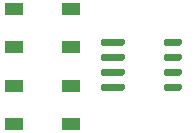
<source format=gbr>
%TF.GenerationSoftware,KiCad,Pcbnew,(5.1.6)-1*%
%TF.CreationDate,2020-07-03T21:52:39-04:00*%
%TF.ProjectId,SRF Pendant Daughterboards,53524620-5065-46e6-9461-6e7420446175,rev?*%
%TF.SameCoordinates,Original*%
%TF.FileFunction,Paste,Bot*%
%TF.FilePolarity,Positive*%
%FSLAX46Y46*%
G04 Gerber Fmt 4.6, Leading zero omitted, Abs format (unit mm)*
G04 Created by KiCad (PCBNEW (5.1.6)-1) date 2020-07-03 21:52:39*
%MOMM*%
%LPD*%
G01*
G04 APERTURE LIST*
%ADD10R,1.500000X1.000000*%
G04 APERTURE END LIST*
D10*
%TO.C,D1*%
X150050000Y-100100000D03*
X150050000Y-103300000D03*
X145150000Y-100100000D03*
X145150000Y-103300000D03*
%TD*%
%TO.C,D1*%
X145150000Y-96800000D03*
X145150000Y-93600000D03*
X150050000Y-96800000D03*
X150050000Y-93600000D03*
%TD*%
%TO.C,U1*%
G36*
G01*
X154550000Y-96232500D02*
X154550000Y-96557500D01*
G75*
G02*
X154387500Y-96720000I-162500J0D01*
G01*
X152737500Y-96720000D01*
G75*
G02*
X152575000Y-96557500I0J162500D01*
G01*
X152575000Y-96232500D01*
G75*
G02*
X152737500Y-96070000I162500J0D01*
G01*
X154387500Y-96070000D01*
G75*
G02*
X154550000Y-96232500I0J-162500D01*
G01*
G37*
G36*
G01*
X154550000Y-97502500D02*
X154550000Y-97827500D01*
G75*
G02*
X154387500Y-97990000I-162500J0D01*
G01*
X152737500Y-97990000D01*
G75*
G02*
X152575000Y-97827500I0J162500D01*
G01*
X152575000Y-97502500D01*
G75*
G02*
X152737500Y-97340000I162500J0D01*
G01*
X154387500Y-97340000D01*
G75*
G02*
X154550000Y-97502500I0J-162500D01*
G01*
G37*
G36*
G01*
X154550000Y-98772500D02*
X154550000Y-99097500D01*
G75*
G02*
X154387500Y-99260000I-162500J0D01*
G01*
X152737500Y-99260000D01*
G75*
G02*
X152575000Y-99097500I0J162500D01*
G01*
X152575000Y-98772500D01*
G75*
G02*
X152737500Y-98610000I162500J0D01*
G01*
X154387500Y-98610000D01*
G75*
G02*
X154550000Y-98772500I0J-162500D01*
G01*
G37*
G36*
G01*
X154550000Y-100042500D02*
X154550000Y-100367500D01*
G75*
G02*
X154387500Y-100530000I-162500J0D01*
G01*
X152737500Y-100530000D01*
G75*
G02*
X152575000Y-100367500I0J162500D01*
G01*
X152575000Y-100042500D01*
G75*
G02*
X152737500Y-99880000I162500J0D01*
G01*
X154387500Y-99880000D01*
G75*
G02*
X154550000Y-100042500I0J-162500D01*
G01*
G37*
G36*
G01*
X159387500Y-100042500D02*
X159387500Y-100367500D01*
G75*
G02*
X159225000Y-100530000I-162500J0D01*
G01*
X158050000Y-100530000D01*
G75*
G02*
X157887500Y-100367500I0J162500D01*
G01*
X157887500Y-100042500D01*
G75*
G02*
X158050000Y-99880000I162500J0D01*
G01*
X159225000Y-99880000D01*
G75*
G02*
X159387500Y-100042500I0J-162500D01*
G01*
G37*
G36*
G01*
X159387500Y-98772500D02*
X159387500Y-99097500D01*
G75*
G02*
X159225000Y-99260000I-162500J0D01*
G01*
X158050000Y-99260000D01*
G75*
G02*
X157887500Y-99097500I0J162500D01*
G01*
X157887500Y-98772500D01*
G75*
G02*
X158050000Y-98610000I162500J0D01*
G01*
X159225000Y-98610000D01*
G75*
G02*
X159387500Y-98772500I0J-162500D01*
G01*
G37*
G36*
G01*
X159387500Y-97502500D02*
X159387500Y-97827500D01*
G75*
G02*
X159225000Y-97990000I-162500J0D01*
G01*
X158050000Y-97990000D01*
G75*
G02*
X157887500Y-97827500I0J162500D01*
G01*
X157887500Y-97502500D01*
G75*
G02*
X158050000Y-97340000I162500J0D01*
G01*
X159225000Y-97340000D01*
G75*
G02*
X159387500Y-97502500I0J-162500D01*
G01*
G37*
G36*
G01*
X159387500Y-96232500D02*
X159387500Y-96557500D01*
G75*
G02*
X159225000Y-96720000I-162500J0D01*
G01*
X158050000Y-96720000D01*
G75*
G02*
X157887500Y-96557500I0J162500D01*
G01*
X157887500Y-96232500D01*
G75*
G02*
X158050000Y-96070000I162500J0D01*
G01*
X159225000Y-96070000D01*
G75*
G02*
X159387500Y-96232500I0J-162500D01*
G01*
G37*
%TD*%
M02*

</source>
